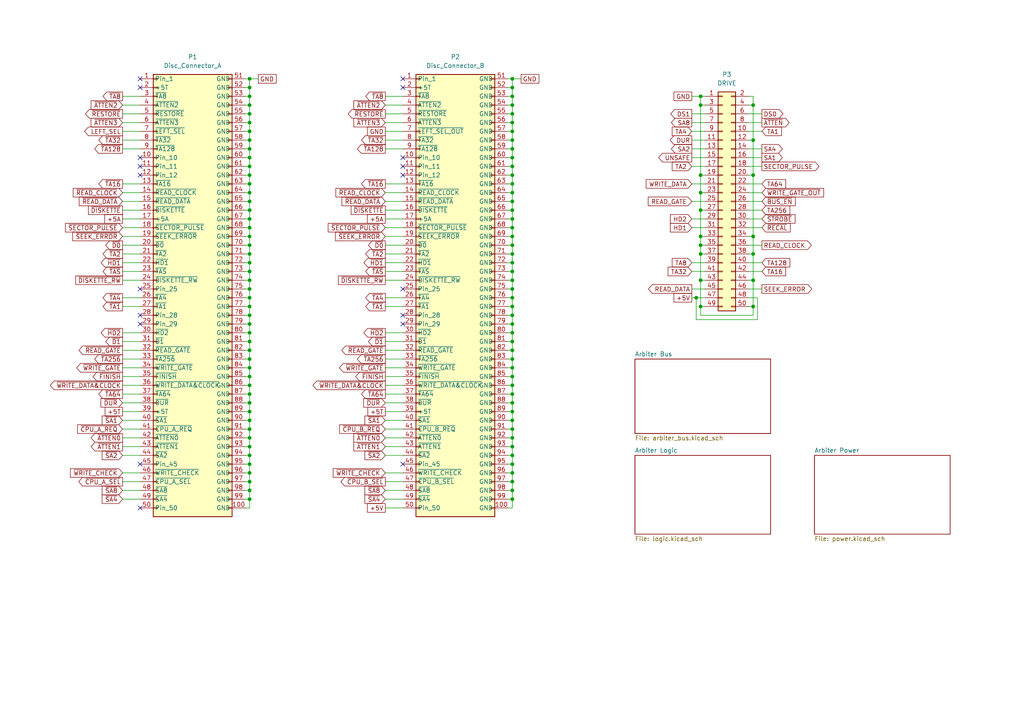
<source format=kicad_sch>
(kicad_sch (version 20211123) (generator eeschema)
  (paper "A4")
  (title_block (title "Connectors"))
  (junction (at 72.39 101.6))
  (junction (at 148.59 30.48))
  (junction (at 148.59 27.94))
  (junction (at 72.39 116.84))
  (junction (at 72.39 139.7))
  (junction (at 203.2 73.66))
  (junction (at 72.39 119.38))
  (junction (at 72.39 50.8))
  (junction (at 203.2 68.58))
  (junction (at 218.44 73.66))
  (junction (at 203.2 81.28))
  (junction (at 148.59 137.16))
  (junction (at 148.59 76.2))
  (junction (at 218.44 81.28))
  (junction (at 148.59 60.96))
  (junction (at 148.59 101.6))
  (junction (at 148.59 50.8))
  (junction (at 203.2 88.9))
  (junction (at 72.39 104.14))
  (junction (at 201.93 86.36))
  (junction (at 148.59 139.7))
  (junction (at 148.59 88.9))
  (junction (at 148.59 63.5))
  (junction (at 203.2 60.96))
  (junction (at 148.59 96.52))
  (junction (at 72.39 48.26))
  (junction (at 72.39 109.22))
  (junction (at 218.44 30.48))
  (junction (at 72.39 111.76))
  (junction (at 148.59 121.92))
  (junction (at 148.59 127))
  (junction (at 72.39 76.2))
  (junction (at 72.39 96.52))
  (junction (at 148.59 71.12))
  (junction (at 72.39 33.02))
  (junction (at 148.59 33.02))
  (junction (at 148.59 66.04))
  (junction (at 148.59 45.72))
  (junction (at 72.39 71.12))
  (junction (at 72.39 81.28))
  (junction (at 72.39 68.58))
  (junction (at 72.39 137.16))
  (junction (at 148.59 86.36))
  (junction (at 218.44 50.8))
  (junction (at 148.59 124.46))
  (junction (at 72.39 78.74))
  (junction (at 72.39 38.1))
  (junction (at 148.59 109.22))
  (junction (at 72.39 88.9))
  (junction (at 148.59 40.64))
  (junction (at 218.44 40.64))
  (junction (at 203.2 55.88))
  (junction (at 72.39 63.5))
  (junction (at 148.59 144.78))
  (junction (at 72.39 127))
  (junction (at 72.39 27.94))
  (junction (at 72.39 58.42))
  (junction (at 72.39 106.68))
  (junction (at 148.59 129.54))
  (junction (at 72.39 40.64))
  (junction (at 148.59 22.86))
  (junction (at 218.44 68.58))
  (junction (at 148.59 38.1))
  (junction (at 72.39 43.18))
  (junction (at 72.39 60.96))
  (junction (at 148.59 73.66))
  (junction (at 72.39 114.3))
  (junction (at 72.39 45.72))
  (junction (at 72.39 35.56))
  (junction (at 72.39 124.46))
  (junction (at 148.59 91.44))
  (junction (at 72.39 55.88))
  (junction (at 148.59 134.62))
  (junction (at 148.59 106.68))
  (junction (at 148.59 93.98))
  (junction (at 72.39 144.78))
  (junction (at 148.59 99.06))
  (junction (at 148.59 25.4))
  (junction (at 218.44 88.9))
  (junction (at 72.39 22.86))
  (junction (at 203.2 27.94))
  (junction (at 148.59 81.28))
  (junction (at 148.59 48.26))
  (junction (at 148.59 104.14))
  (junction (at 72.39 93.98))
  (junction (at 72.39 121.92))
  (junction (at 148.59 53.34))
  (junction (at 148.59 43.18))
  (junction (at 148.59 35.56))
  (junction (at 148.59 58.42))
  (junction (at 72.39 83.82))
  (junction (at 72.39 73.66))
  (junction (at 72.39 132.08))
  (junction (at 148.59 132.08))
  (junction (at 72.39 134.62))
  (junction (at 72.39 129.54))
  (junction (at 72.39 66.04))
  (junction (at 148.59 142.24))
  (junction (at 203.2 30.48))
  (junction (at 203.2 71.12))
  (junction (at 72.39 25.4))
  (junction (at 148.59 83.82))
  (junction (at 148.59 55.88))
  (junction (at 72.39 91.44))
  (junction (at 72.39 30.48))
  (junction (at 72.39 99.06))
  (junction (at 148.59 116.84))
  (junction (at 72.39 142.24))
  (junction (at 148.59 111.76))
  (junction (at 148.59 114.3))
  (junction (at 203.2 50.8))
  (junction (at 72.39 86.36))
  (junction (at 72.39 53.34))
  (junction (at 148.59 119.38))
  (junction (at 148.59 68.58))
  (junction (at 148.59 78.74))
  (no_connect (at 116.84 91.44))
  (no_connect (at 116.84 93.98))
  (no_connect (at 40.64 93.98))
  (no_connect (at 40.64 91.44))
  (no_connect (at 116.84 83.82))
  (no_connect (at 40.64 50.8))
  (no_connect (at 40.64 83.82))
  (no_connect (at 116.84 45.72))
  (no_connect (at 116.84 50.8))
  (no_connect (at 116.84 48.26))
  (no_connect (at 40.64 45.72))
  (no_connect (at 40.64 48.26))
  (no_connect (at 116.84 25.4))
  (no_connect (at 116.84 22.86))
  (no_connect (at 116.84 134.62))
  (no_connect (at 40.64 147.32))
  (no_connect (at 40.64 134.62))
  (no_connect (at 40.64 25.4))
  (no_connect (at 40.64 22.86))
  (wire (pts (xy 204.47 86.36) (xy 201.93 86.36)))
  (wire (pts (xy 35.56 139.7) (xy 40.64 139.7)))
  (wire (pts (xy 35.56 116.84) (xy 40.64 116.84)))
  (wire (pts (xy 148.59 81.28) (xy 148.59 83.82)))
  (wire (pts (xy 148.59 22.86) (xy 151.13 22.86)))
  (wire (pts (xy 218.44 30.48) (xy 218.44 27.94)))
  (wire (pts (xy 72.39 96.52) (xy 72.39 99.06)))
  (wire (pts (xy 148.59 25.4) (xy 148.59 27.94)))
  (wire (pts (xy 148.59 35.56) (xy 148.59 38.1)))
  (wire (pts (xy 200.66 48.26) (xy 204.47 48.26)))
  (wire (pts (xy 147.32 111.76) (xy 148.59 111.76)))
  (wire (pts (xy 200.66 45.72) (xy 204.47 45.72)))
  (wire (pts (xy 111.76 124.46) (xy 116.84 124.46)))
  (wire (pts (xy 148.59 73.66) (xy 148.59 76.2)))
  (wire (pts (xy 217.17 63.5) (xy 220.98 63.5)))
  (wire (pts (xy 72.39 63.5) (xy 72.39 66.04)))
  (wire (pts (xy 72.39 71.12) (xy 72.39 73.66)))
  (wire (pts (xy 72.39 91.44) (xy 72.39 93.98)))
  (wire (pts (xy 147.32 55.88) (xy 148.59 55.88)))
  (wire (pts (xy 71.12 93.98) (xy 72.39 93.98)))
  (wire (pts (xy 72.39 132.08) (xy 72.39 134.62)))
  (wire (pts (xy 218.44 50.8) (xy 218.44 40.64)))
  (wire (pts (xy 217.17 78.74) (xy 220.98 78.74)))
  (wire (pts (xy 111.76 144.78) (xy 116.84 144.78)))
  (wire (pts (xy 111.76 55.88) (xy 116.84 55.88)))
  (wire (pts (xy 71.12 124.46) (xy 72.39 124.46)))
  (wire (pts (xy 148.59 129.54) (xy 148.59 132.08)))
  (wire (pts (xy 72.39 60.96) (xy 72.39 63.5)))
  (wire (pts (xy 148.59 22.86) (xy 148.59 25.4)))
  (wire (pts (xy 71.12 71.12) (xy 72.39 71.12)))
  (wire (pts (xy 218.44 68.58) (xy 218.44 50.8)))
  (wire (pts (xy 72.39 58.42) (xy 72.39 60.96)))
  (wire (pts (xy 147.32 99.06) (xy 148.59 99.06)))
  (wire (pts (xy 203.2 50.8) (xy 204.47 50.8)))
  (wire (pts (xy 200.66 35.56) (xy 204.47 35.56)))
  (wire (pts (xy 35.56 86.36) (xy 40.64 86.36)))
  (wire (pts (xy 111.76 35.56) (xy 116.84 35.56)))
  (wire (pts (xy 147.32 45.72) (xy 148.59 45.72)))
  (wire (pts (xy 148.59 33.02) (xy 148.59 35.56)))
  (wire (pts (xy 111.76 147.32) (xy 116.84 147.32)))
  (wire (pts (xy 148.59 83.82) (xy 148.59 86.36)))
  (wire (pts (xy 111.76 73.66) (xy 116.84 73.66)))
  (wire (pts (xy 71.12 86.36) (xy 72.39 86.36)))
  (wire (pts (xy 35.56 99.06) (xy 40.64 99.06)))
  (wire (pts (xy 148.59 93.98) (xy 148.59 96.52)))
  (wire (pts (xy 35.56 121.92) (xy 40.64 121.92)))
  (wire (pts (xy 71.12 147.32) (xy 72.39 147.32)))
  (wire (pts (xy 35.56 101.6) (xy 40.64 101.6)))
  (wire (pts (xy 147.32 124.46) (xy 148.59 124.46)))
  (wire (pts (xy 200.66 58.42) (xy 204.47 58.42)))
  (wire (pts (xy 111.76 121.92) (xy 116.84 121.92)))
  (wire (pts (xy 111.76 68.58) (xy 116.84 68.58)))
  (wire (pts (xy 203.2 68.58) (xy 204.47 68.58)))
  (wire (pts (xy 72.39 101.6) (xy 72.39 104.14)))
  (wire (pts (xy 35.56 68.58) (xy 40.64 68.58)))
  (wire (pts (xy 35.56 71.12) (xy 40.64 71.12)))
  (wire (pts (xy 148.59 68.58) (xy 148.59 71.12)))
  (wire (pts (xy 147.32 73.66) (xy 148.59 73.66)))
  (wire (pts (xy 147.32 35.56) (xy 148.59 35.56)))
  (wire (pts (xy 147.32 27.94) (xy 148.59 27.94)))
  (wire (pts (xy 203.2 73.66) (xy 203.2 81.28)))
  (wire (pts (xy 203.2 30.48) (xy 204.47 30.48)))
  (wire (pts (xy 147.32 71.12) (xy 148.59 71.12)))
  (wire (pts (xy 147.32 22.86) (xy 148.59 22.86)))
  (wire (pts (xy 72.39 76.2) (xy 72.39 78.74)))
  (wire (pts (xy 217.17 81.28) (xy 218.44 81.28)))
  (wire (pts (xy 147.32 33.02) (xy 148.59 33.02)))
  (wire (pts (xy 148.59 127) (xy 148.59 129.54)))
  (wire (pts (xy 203.2 50.8) (xy 203.2 55.88)))
  (wire (pts (xy 147.32 147.32) (xy 148.59 147.32)))
  (wire (pts (xy 111.76 101.6) (xy 116.84 101.6)))
  (wire (pts (xy 71.12 68.58) (xy 72.39 68.58)))
  (wire (pts (xy 72.39 78.74) (xy 72.39 81.28)))
  (wire (pts (xy 217.17 35.56) (xy 220.98 35.56)))
  (wire (pts (xy 218.44 73.66) (xy 218.44 68.58)))
  (wire (pts (xy 71.12 25.4) (xy 72.39 25.4)))
  (wire (pts (xy 148.59 43.18) (xy 148.59 45.72)))
  (wire (pts (xy 148.59 142.24) (xy 148.59 144.78)))
  (wire (pts (xy 111.76 81.28) (xy 116.84 81.28)))
  (wire (pts (xy 71.12 33.02) (xy 72.39 33.02)))
  (wire (pts (xy 217.17 73.66) (xy 218.44 73.66)))
  (wire (pts (xy 147.32 38.1) (xy 148.59 38.1)))
  (wire (pts (xy 111.76 137.16) (xy 116.84 137.16)))
  (wire (pts (xy 71.12 63.5) (xy 72.39 63.5)))
  (wire (pts (xy 71.12 137.16) (xy 72.39 137.16)))
  (wire (pts (xy 148.59 40.64) (xy 148.59 43.18)))
  (wire (pts (xy 148.59 111.76) (xy 148.59 114.3)))
  (wire (pts (xy 217.17 48.26) (xy 220.98 48.26)))
  (wire (pts (xy 147.32 142.24) (xy 148.59 142.24)))
  (wire (pts (xy 147.32 144.78) (xy 148.59 144.78)))
  (wire (pts (xy 111.76 114.3) (xy 116.84 114.3)))
  (wire (pts (xy 71.12 134.62) (xy 72.39 134.62)))
  (wire (pts (xy 148.59 139.7) (xy 148.59 142.24)))
  (wire (pts (xy 217.17 71.12) (xy 220.98 71.12)))
  (wire (pts (xy 72.39 81.28) (xy 72.39 83.82)))
  (wire (pts (xy 200.66 40.64) (xy 204.47 40.64)))
  (wire (pts (xy 148.59 96.52) (xy 148.59 99.06)))
  (wire (pts (xy 147.32 60.96) (xy 148.59 60.96)))
  (wire (pts (xy 111.76 38.1) (xy 116.84 38.1)))
  (wire (pts (xy 111.76 119.38) (xy 116.84 119.38)))
  (wire (pts (xy 217.17 55.88) (xy 220.98 55.88)))
  (wire (pts (xy 111.76 30.48) (xy 116.84 30.48)))
  (wire (pts (xy 148.59 99.06) (xy 148.59 101.6)))
  (wire (pts (xy 200.66 43.18) (xy 204.47 43.18)))
  (wire (pts (xy 111.76 104.14) (xy 116.84 104.14)))
  (wire (pts (xy 71.12 139.7) (xy 72.39 139.7)))
  (wire (pts (xy 218.44 40.64) (xy 218.44 30.48)))
  (wire (pts (xy 35.56 127) (xy 40.64 127)))
  (wire (pts (xy 148.59 137.16) (xy 148.59 139.7)))
  (wire (pts (xy 148.59 144.78) (xy 148.59 147.32)))
  (wire (pts (xy 147.32 93.98) (xy 148.59 93.98)))
  (wire (pts (xy 72.39 22.86) (xy 74.93 22.86)))
  (wire (pts (xy 71.12 50.8) (xy 72.39 50.8)))
  (wire (pts (xy 217.17 83.82) (xy 220.98 83.82)))
  (wire (pts (xy 71.12 142.24) (xy 72.39 142.24)))
  (wire (pts (xy 71.12 55.88) (xy 72.39 55.88)))
  (wire (pts (xy 35.56 33.02) (xy 40.64 33.02)))
  (wire (pts (xy 200.66 83.82) (xy 204.47 83.82)))
  (wire (pts (xy 148.59 104.14) (xy 148.59 106.68)))
  (wire (pts (xy 203.2 91.44) (xy 218.44 91.44)))
  (wire (pts (xy 148.59 58.42) (xy 148.59 60.96)))
  (wire (pts (xy 71.12 76.2) (xy 72.39 76.2)))
  (wire (pts (xy 200.66 63.5) (xy 204.47 63.5)))
  (wire (pts (xy 217.17 33.02) (xy 220.98 33.02)))
  (wire (pts (xy 72.39 119.38) (xy 72.39 121.92)))
  (wire (pts (xy 71.12 129.54) (xy 72.39 129.54)))
  (wire (pts (xy 200.66 66.04) (xy 204.47 66.04)))
  (wire (pts (xy 35.56 142.24) (xy 40.64 142.24)))
  (wire (pts (xy 217.17 88.9) (xy 218.44 88.9)))
  (wire (pts (xy 111.76 109.22) (xy 116.84 109.22)))
  (wire (pts (xy 148.59 38.1) (xy 148.59 40.64)))
  (wire (pts (xy 71.12 38.1) (xy 72.39 38.1)))
  (wire (pts (xy 35.56 137.16) (xy 40.64 137.16)))
  (wire (pts (xy 111.76 116.84) (xy 116.84 116.84)))
  (wire (pts (xy 111.76 33.02) (xy 116.84 33.02)))
  (wire (pts (xy 147.32 127) (xy 148.59 127)))
  (wire (pts (xy 71.12 121.92) (xy 72.39 121.92)))
  (wire (pts (xy 147.32 96.52) (xy 148.59 96.52)))
  (wire (pts (xy 72.39 116.84) (xy 72.39 119.38)))
  (wire (pts (xy 147.32 109.22) (xy 148.59 109.22)))
  (wire (pts (xy 147.32 137.16) (xy 148.59 137.16)))
  (wire (pts (xy 71.12 27.94) (xy 72.39 27.94)))
  (wire (pts (xy 111.76 139.7) (xy 116.84 139.7)))
  (wire (pts (xy 148.59 91.44) (xy 148.59 93.98)))
  (wire (pts (xy 148.59 119.38) (xy 148.59 121.92)))
  (wire (pts (xy 71.12 83.82) (xy 72.39 83.82)))
  (wire (pts (xy 147.32 68.58) (xy 148.59 68.58)))
  (wire (pts (xy 72.39 35.56) (xy 72.39 38.1)))
  (wire (pts (xy 71.12 60.96) (xy 72.39 60.96)))
  (wire (pts (xy 203.2 81.28) (xy 203.2 88.9)))
  (wire (pts (xy 35.56 38.1) (xy 40.64 38.1)))
  (wire (pts (xy 72.39 40.64) (xy 72.39 43.18)))
  (wire (pts (xy 35.56 111.76) (xy 40.64 111.76)))
  (wire (pts (xy 148.59 63.5) (xy 148.59 66.04)))
  (wire (pts (xy 200.66 76.2) (xy 204.47 76.2)))
  (wire (pts (xy 147.32 114.3) (xy 148.59 114.3)))
  (wire (pts (xy 71.12 116.84) (xy 72.39 116.84)))
  (wire (pts (xy 218.44 27.94) (xy 217.17 27.94)))
  (wire (pts (xy 111.76 40.64) (xy 116.84 40.64)))
  (wire (pts (xy 71.12 35.56) (xy 72.39 35.56)))
  (wire (pts (xy 72.39 88.9) (xy 72.39 91.44)))
  (wire (pts (xy 111.76 60.96) (xy 116.84 60.96)))
  (wire (pts (xy 111.76 78.74) (xy 116.84 78.74)))
  (wire (pts (xy 217.17 68.58) (xy 218.44 68.58)))
  (wire (pts (xy 203.2 55.88) (xy 203.2 60.96)))
  (wire (pts (xy 147.32 53.34) (xy 148.59 53.34)))
  (wire (pts (xy 71.12 111.76) (xy 72.39 111.76)))
  (wire (pts (xy 203.2 55.88) (xy 204.47 55.88)))
  (wire (pts (xy 217.17 40.64) (xy 218.44 40.64)))
  (wire (pts (xy 35.56 144.78) (xy 40.64 144.78)))
  (wire (pts (xy 72.39 134.62) (xy 72.39 137.16)))
  (wire (pts (xy 71.12 132.08) (xy 72.39 132.08)))
  (wire (pts (xy 148.59 66.04) (xy 148.59 68.58)))
  (wire (pts (xy 35.56 114.3) (xy 40.64 114.3)))
  (wire (pts (xy 147.32 66.04) (xy 148.59 66.04)))
  (wire (pts (xy 217.17 58.42) (xy 220.98 58.42)))
  (wire (pts (xy 71.12 78.74) (xy 72.39 78.74)))
  (wire (pts (xy 148.59 109.22) (xy 148.59 111.76)))
  (wire (pts (xy 147.32 58.42) (xy 148.59 58.42)))
  (wire (pts (xy 147.32 83.82) (xy 148.59 83.82)))
  (wire (pts (xy 148.59 134.62) (xy 148.59 137.16)))
  (wire (pts (xy 200.66 33.02) (xy 204.47 33.02)))
  (wire (pts (xy 203.2 71.12) (xy 204.47 71.12)))
  (wire (pts (xy 111.76 86.36) (xy 116.84 86.36)))
  (wire (pts (xy 218.44 88.9) (xy 218.44 81.28)))
  (wire (pts (xy 147.32 119.38) (xy 148.59 119.38)))
  (wire (pts (xy 217.17 30.48) (xy 218.44 30.48)))
  (wire (pts (xy 71.12 88.9) (xy 72.39 88.9)))
  (wire (pts (xy 147.32 76.2) (xy 148.59 76.2)))
  (wire (pts (xy 148.59 86.36) (xy 148.59 88.9)))
  (wire (pts (xy 72.39 25.4) (xy 72.39 27.94)))
  (wire (pts (xy 147.32 40.64) (xy 148.59 40.64)))
  (wire (pts (xy 111.76 43.18) (xy 116.84 43.18)))
  (wire (pts (xy 111.76 129.54) (xy 116.84 129.54)))
  (wire (pts (xy 71.12 91.44) (xy 72.39 91.44)))
  (wire (pts (xy 35.56 27.94) (xy 40.64 27.94)))
  (wire (pts (xy 71.12 114.3) (xy 72.39 114.3)))
  (wire (pts (xy 71.12 45.72) (xy 72.39 45.72)))
  (wire (pts (xy 217.17 53.34) (xy 220.98 53.34)))
  (wire (pts (xy 71.12 22.86) (xy 72.39 22.86)))
  (wire (pts (xy 111.76 71.12) (xy 116.84 71.12)))
  (wire (pts (xy 147.32 139.7) (xy 148.59 139.7)))
  (wire (pts (xy 35.56 30.48) (xy 40.64 30.48)))
  (wire (pts (xy 72.39 106.68) (xy 72.39 109.22)))
  (wire (pts (xy 147.32 25.4) (xy 148.59 25.4)))
  (wire (pts (xy 71.12 96.52) (xy 72.39 96.52)))
  (wire (pts (xy 35.56 124.46) (xy 40.64 124.46)))
  (wire (pts (xy 201.93 86.36) (xy 201.93 92.71)))
  (wire (pts (xy 35.56 106.68) (xy 40.64 106.68)))
  (wire (pts (xy 148.59 48.26) (xy 148.59 50.8)))
  (wire (pts (xy 72.39 45.72) (xy 72.39 48.26)))
  (wire (pts (xy 111.76 53.34) (xy 116.84 53.34)))
  (wire (pts (xy 147.32 134.62) (xy 148.59 134.62)))
  (wire (pts (xy 217.17 38.1) (xy 220.98 38.1)))
  (wire (pts (xy 72.39 83.82) (xy 72.39 86.36)))
  (wire (pts (xy 72.39 48.26) (xy 72.39 50.8)))
  (wire (pts (xy 72.39 73.66) (xy 72.39 76.2)))
  (wire (pts (xy 203.2 88.9) (xy 203.2 91.44)))
  (wire (pts (xy 203.2 60.96) (xy 203.2 68.58)))
  (wire (pts (xy 203.2 27.94) (xy 203.2 30.48)))
  (wire (pts (xy 35.56 55.88) (xy 40.64 55.88)))
  (wire (pts (xy 71.12 40.64) (xy 72.39 40.64)))
  (wire (pts (xy 111.76 96.52) (xy 116.84 96.52)))
  (wire (pts (xy 148.59 53.34) (xy 148.59 55.88)))
  (wire (pts (xy 72.39 68.58) (xy 72.39 71.12)))
  (wire (pts (xy 71.12 106.68) (xy 72.39 106.68)))
  (wire (pts (xy 72.39 124.46) (xy 72.39 127)))
  (wire (pts (xy 72.39 43.18) (xy 72.39 45.72)))
  (wire (pts (xy 217.17 60.96) (xy 220.98 60.96)))
  (wire (pts (xy 72.39 93.98) (xy 72.39 96.52)))
  (wire (pts (xy 35.56 132.08) (xy 40.64 132.08)))
  (wire (pts (xy 35.56 88.9) (xy 40.64 88.9)))
  (wire (pts (xy 147.32 30.48) (xy 148.59 30.48)))
  (wire (pts (xy 217.17 43.18) (xy 220.98 43.18)))
  (wire (pts (xy 72.39 137.16) (xy 72.39 139.7)))
  (wire (pts (xy 111.76 127) (xy 116.84 127)))
  (wire (pts (xy 147.32 101.6) (xy 148.59 101.6)))
  (wire (pts (xy 217.17 76.2) (xy 220.98 76.2)))
  (wire (pts (xy 71.12 81.28) (xy 72.39 81.28)))
  (wire (pts (xy 218.44 91.44) (xy 218.44 88.9)))
  (wire (pts (xy 200.66 86.36) (xy 201.93 86.36)))
  (wire (pts (xy 111.76 63.5) (xy 116.84 63.5)))
  (wire (pts (xy 71.12 99.06) (xy 72.39 99.06)))
  (wire (pts (xy 35.56 58.42) (xy 40.64 58.42)))
  (wire (pts (xy 218.44 81.28) (xy 218.44 73.66)))
  (wire (pts (xy 219.71 86.36) (xy 217.17 86.36)))
  (wire (pts (xy 35.56 43.18) (xy 40.64 43.18)))
  (wire (pts (xy 147.32 132.08) (xy 148.59 132.08)))
  (wire (pts (xy 71.12 127) (xy 72.39 127)))
  (wire (pts (xy 71.12 43.18) (xy 72.39 43.18)))
  (wire (pts (xy 147.32 104.14) (xy 148.59 104.14)))
  (wire (pts (xy 71.12 30.48) (xy 72.39 30.48)))
  (wire (pts (xy 203.2 88.9) (xy 204.47 88.9)))
  (wire (pts (xy 35.56 63.5) (xy 40.64 63.5)))
  (wire (pts (xy 148.59 116.84) (xy 148.59 119.38)))
  (wire (pts (xy 72.39 104.14) (xy 72.39 106.68)))
  (wire (pts (xy 147.32 50.8) (xy 148.59 50.8)))
  (wire (pts (xy 71.12 58.42) (xy 72.39 58.42)))
  (wire (pts (xy 204.47 27.94) (xy 203.2 27.94)))
  (wire (pts (xy 111.76 58.42) (xy 116.84 58.42)))
  (wire (pts (xy 148.59 27.94) (xy 148.59 30.48)))
  (wire (pts (xy 35.56 76.2) (xy 40.64 76.2)))
  (wire (pts (xy 35.56 66.04) (xy 40.64 66.04)))
  (wire (pts (xy 148.59 30.48) (xy 148.59 33.02)))
  (wire (pts (xy 71.12 48.26) (xy 72.39 48.26)))
  (wire (pts (xy 147.32 106.68) (xy 148.59 106.68)))
  (wire (pts (xy 72.39 144.78) (xy 72.39 147.32)))
  (wire (pts (xy 71.12 109.22) (xy 72.39 109.22)))
  (wire (pts (xy 35.56 104.14) (xy 40.64 104.14)))
  (wire (pts (xy 71.12 73.66) (xy 72.39 73.66)))
  (wire (pts (xy 111.76 88.9) (xy 116.84 88.9)))
  (wire (pts (xy 147.32 63.5) (xy 148.59 63.5)))
  (wire (pts (xy 148.59 76.2) (xy 148.59 78.74)))
  (wire (pts (xy 200.66 53.34) (xy 204.47 53.34)))
  (wire (pts (xy 72.39 109.22) (xy 72.39 111.76)))
  (wire (pts (xy 148.59 114.3) (xy 148.59 116.84)))
  (wire (pts (xy 35.56 53.34) (xy 40.64 53.34)))
  (wire (pts (xy 72.39 53.34) (xy 72.39 55.88)))
  (wire (pts (xy 147.32 81.28) (xy 148.59 81.28)))
  (wire (pts (xy 72.39 50.8) (xy 72.39 53.34)))
  (wire (pts (xy 111.76 76.2) (xy 116.84 76.2)))
  (wire (pts (xy 111.76 99.06) (xy 116.84 99.06)))
  (wire (pts (xy 203.2 81.28) (xy 204.47 81.28)))
  (wire (pts (xy 203.2 30.48) (xy 203.2 50.8)))
  (wire (pts (xy 147.32 86.36) (xy 148.59 86.36)))
  (wire (pts (xy 35.56 81.28) (xy 40.64 81.28)))
  (wire (pts (xy 147.32 116.84) (xy 148.59 116.84)))
  (wire (pts (xy 147.32 129.54) (xy 148.59 129.54)))
  (wire (pts (xy 71.12 53.34) (xy 72.39 53.34)))
  (wire (pts (xy 111.76 111.76) (xy 116.84 111.76)))
  (wire (pts (xy 72.39 139.7) (xy 72.39 142.24)))
  (wire (pts (xy 148.59 78.74) (xy 148.59 81.28)))
  (wire (pts (xy 111.76 132.08) (xy 116.84 132.08)))
  (wire (pts (xy 148.59 50.8) (xy 148.59 53.34)))
  (wire (pts (xy 217.17 50.8) (xy 218.44 50.8)))
  (wire (pts (xy 72.39 33.02) (xy 72.39 35.56)))
  (wire (pts (xy 217.17 45.72) (xy 220.98 45.72)))
  (wire (pts (xy 148.59 60.96) (xy 148.59 63.5)))
  (wire (pts (xy 147.32 78.74) (xy 148.59 78.74)))
  (wire (pts (xy 71.12 101.6) (xy 72.39 101.6)))
  (wire (pts (xy 148.59 121.92) (xy 148.59 124.46)))
  (wire (pts (xy 203.2 71.12) (xy 203.2 73.66)))
  (wire (pts (xy 148.59 88.9) (xy 148.59 91.44)))
  (wire (pts (xy 72.39 121.92) (xy 72.39 124.46)))
  (wire (pts (xy 72.39 38.1) (xy 72.39 40.64)))
  (wire (pts (xy 203.2 73.66) (xy 204.47 73.66)))
  (wire (pts (xy 147.32 121.92) (xy 148.59 121.92)))
  (wire (pts (xy 201.93 92.71) (xy 219.71 92.71)))
  (wire (pts (xy 71.12 144.78) (xy 72.39 144.78)))
  (wire (pts (xy 147.32 88.9) (xy 148.59 88.9)))
  (wire (pts (xy 35.56 109.22) (xy 40.64 109.22)))
  (wire (pts (xy 72.39 66.04) (xy 72.39 68.58)))
  (wire (pts (xy 71.12 66.04) (xy 72.39 66.04)))
  (wire (pts (xy 148.59 132.08) (xy 148.59 134.62)))
  (wire (pts (xy 217.17 66.04) (xy 220.98 66.04)))
  (wire (pts (xy 71.12 104.14) (xy 72.39 104.14)))
  (wire (pts (xy 148.59 45.72) (xy 148.59 48.26)))
  (wire (pts (xy 72.39 30.48) (xy 72.39 33.02)))
  (wire (pts (xy 148.59 124.46) (xy 148.59 127)))
  (wire (pts (xy 203.2 60.96) (xy 204.47 60.96)))
  (wire (pts (xy 35.56 73.66) (xy 40.64 73.66)))
  (wire (pts (xy 148.59 71.12) (xy 148.59 73.66)))
  (wire (pts (xy 35.56 96.52) (xy 40.64 96.52)))
  (wire (pts (xy 111.76 106.68) (xy 116.84 106.68)))
  (wire (pts (xy 35.56 40.64) (xy 40.64 40.64)))
  (wire (pts (xy 72.39 127) (xy 72.39 129.54)))
  (wire (pts (xy 72.39 111.76) (xy 72.39 114.3)))
  (wire (pts (xy 147.32 48.26) (xy 148.59 48.26)))
  (wire (pts (xy 200.66 27.94) (xy 203.2 27.94)))
  (wire (pts (xy 200.66 38.1) (xy 204.47 38.1)))
  (wire (pts (xy 72.39 86.36) (xy 72.39 88.9)))
  (wire (pts (xy 147.32 43.18) (xy 148.59 43.18)))
  (wire (pts (xy 72.39 27.94) (xy 72.39 30.48)))
  (wire (pts (xy 203.2 68.58) (xy 203.2 71.12)))
  (wire (pts (xy 200.66 78.74) (xy 204.47 78.74)))
  (wire (pts (xy 71.12 119.38) (xy 72.39 119.38)))
  (wire (pts (xy 148.59 106.68) (xy 148.59 109.22)))
  (wire (pts (xy 72.39 55.88) (xy 72.39 58.42)))
  (wire (pts (xy 72.39 114.3) (xy 72.39 116.84)))
  (wire (pts (xy 111.76 66.04) (xy 116.84 66.04)))
  (wire (pts (xy 147.32 91.44) (xy 148.59 91.44)))
  (wire (pts (xy 111.76 142.24) (xy 116.84 142.24)))
  (wire (pts (xy 148.59 101.6) (xy 148.59 104.14)))
  (wire (pts (xy 35.56 60.96) (xy 40.64 60.96)))
  (wire (pts (xy 35.56 35.56) (xy 40.64 35.56)))
  (wire (pts (xy 72.39 129.54) (xy 72.39 132.08)))
  (wire (pts (xy 72.39 99.06) (xy 72.39 101.6)))
  (wire (pts (xy 35.56 129.54) (xy 40.64 129.54)))
  (wire (pts (xy 72.39 22.86) (xy 72.39 25.4)))
  (wire (pts (xy 219.71 92.71) (xy 219.71 86.36)))
  (wire (pts (xy 148.59 55.88) (xy 148.59 58.42)))
  (wire (pts (xy 35.56 78.74) (xy 40.64 78.74)))
  (wire (pts (xy 72.39 142.24) (xy 72.39 144.78)))
  (wire (pts (xy 111.76 27.94) (xy 116.84 27.94)))
  (wire (pts (xy 35.56 119.38) (xy 40.64 119.38)))
  (global_label "~{SA4}" (shape input) (at 35.56 144.78 180) (property "Intersheet References" "${INTERSHEET_REFS}" (effects hide)))
  (global_label "GND" (shape passive) (at 111.76 38.1 180) (property "Intersheet References" "${INTERSHEET_REFS}" (effects hide)))
  (global_label "~{TA4}" (shape output) (at 111.76 86.36 180) (property "Intersheet References" "${INTERSHEET_REFS}" (effects hide)))
  (global_label "~{CPU_B_REQ}" (shape input) (at 111.76 124.46 180) (property "Intersheet References" "${INTERSHEET_REFS}" (effects hide)))
  (global_label "+5V" (shape passive) (at 200.66 86.36 180) (property "Intersheet References" "${INTERSHEET_REFS}" (effects hide)))
  (global_label "~{TA1}" (shape output) (at 35.56 88.9 180) (property "Intersheet References" "${INTERSHEET_REFS}" (effects hide)))
  (global_label "TA1" (shape input) (at 220.98 38.1 0) (property "Intersheet References" "${INTERSHEET_REFS}" (effects hide)))
  (global_label "~{CPU_A_REQ}" (shape input) (at 35.56 124.46 180) (property "Intersheet References" "${INTERSHEET_REFS}" (effects hide)))
  (global_label "~{TA16}" (shape output) (at 35.56 53.34 180) (property "Intersheet References" "${INTERSHEET_REFS}" (effects hide)))
  (global_label "~{WRITE_GATE_OUT}" (shape input) (at 220.98 55.88 0) (property "Intersheet References" "${INTERSHEET_REFS}" (effects hide)))
  (global_label "HD2" (shape input) (at 200.66 63.5 180) (property "Intersheet References" "${INTERSHEET_REFS}" (effects hide)))
  (global_label "GND" (shape passive) (at 74.93 22.86 0) (property "Intersheet References" "${INTERSHEET_REFS}" (effects hide)))
  (global_label "~{CPU_B_SEL}" (shape output) (at 111.76 139.7 180) (property "Intersheet References" "${INTERSHEET_REFS}" (effects hide)))
  (global_label "~{ATTEN3}" (shape input) (at 35.56 35.56 180) (property "Intersheet References" "${INTERSHEET_REFS}" (effects hide)))
  (global_label "DS1" (shape output) (at 200.66 33.02 180) (property "Intersheet References" "${INTERSHEET_REFS}" (effects hide)))
  (global_label "~{D0}" (shape output) (at 35.56 71.12 180) (property "Intersheet References" "${INTERSHEET_REFS}" (effects hide)))
  (global_label "~{TA64}" (shape output) (at 35.56 114.3 180) (property "Intersheet References" "${INTERSHEET_REFS}" (effects hide)))
  (global_label "+5T" (shape passive) (at 35.56 119.38 180) (property "Intersheet References" "${INTERSHEET_REFS}" (effects hide)))
  (global_label "HD1" (shape input) (at 200.66 66.04 180) (property "Intersheet References" "${INTERSHEET_REFS}" (effects hide)))
  (global_label "~{TA256}" (shape output) (at 111.76 104.14 180) (property "Intersheet References" "${INTERSHEET_REFS}" (effects hide)))
  (global_label "~{WRITE_CHECK}" (shape input) (at 35.56 137.16 180) (property "Intersheet References" "${INTERSHEET_REFS}" (effects hide)))
  (global_label "~{SA1}" (shape input) (at 35.56 121.92 180) (property "Intersheet References" "${INTERSHEET_REFS}" (effects hide)))
  (global_label "~{SEEK_ERROR}" (shape input) (at 35.56 68.58 180) (property "Intersheet References" "${INTERSHEET_REFS}" (effects hide)))
  (global_label "~{READ_GATE}" (shape output) (at 111.76 101.6 180) (property "Intersheet References" "${INTERSHEET_REFS}" (effects hide)))
  (global_label "~{ATTEN0}" (shape input) (at 111.76 127 180) (property "Intersheet References" "${INTERSHEET_REFS}" (effects hide)))
  (global_label "~{TA2}" (shape output) (at 35.56 73.66 180) (property "Intersheet References" "${INTERSHEET_REFS}" (effects hide)))
  (global_label "~{TA2}" (shape output) (at 111.76 73.66 180) (property "Intersheet References" "${INTERSHEET_REFS}" (effects hide)))
  (global_label "~{RESTORE}" (shape output) (at 111.76 33.02 180) (property "Intersheet References" "${INTERSHEET_REFS}" (effects hide)))
  (global_label "~{SECTOR_PULSE}" (shape input) (at 35.56 66.04 180) (property "Intersheet References" "${INTERSHEET_REFS}" (effects hide)))
  (global_label "~{ATTEN0}" (shape output) (at 35.56 127 180) (property "Intersheet References" "${INTERSHEET_REFS}" (effects hide)))
  (global_label "~{SA8}" (shape input) (at 35.56 142.24 180) (property "Intersheet References" "${INTERSHEET_REFS}" (effects hide)))
  (global_label "~{DUR}" (shape input) (at 35.56 116.84 180) (property "Intersheet References" "${INTERSHEET_REFS}" (effects hide)))
  (global_label "READ_GATE" (shape input) (at 200.66 58.42 180) (property "Intersheet References" "${INTERSHEET_REFS}" (effects hide)))
  (global_label "~{ATTEN2}" (shape input) (at 111.76 30.48 180) (property "Intersheet References" "${INTERSHEET_REFS}" (effects hide)))
  (global_label "~{HD1}" (shape output) (at 111.76 76.2 180) (property "Intersheet References" "${INTERSHEET_REFS}" (effects hide)))
  (global_label "~{SECTOR_PULSE}" (shape input) (at 111.76 66.04 180) (property "Intersheet References" "${INTERSHEET_REFS}" (effects hide)))
  (global_label "SA4" (shape output) (at 220.98 43.18 0) (property "Intersheet References" "${INTERSHEET_REFS}" (effects hide)))
  (global_label "~{WRITE_DATA&CLOCK}" (shape output) (at 35.56 111.76 180) (property "Intersheet References" "${INTERSHEET_REFS}" (effects hide)))
  (global_label "~{TAS}" (shape output) (at 111.76 78.74 180) (property "Intersheet References" "${INTERSHEET_REFS}" (effects hide)))
  (global_label "~{RECAL}" (shape input) (at 220.98 66.04 0) (property "Intersheet References" "${INTERSHEET_REFS}" (effects hide)))
  (global_label "READ_DATA" (shape output) (at 200.66 83.82 180) (property "Intersheet References" "${INTERSHEET_REFS}" (effects hide)))
  (global_label "~{TA1}" (shape output) (at 111.76 88.9 180) (property "Intersheet References" "${INTERSHEET_REFS}" (effects hide)))
  (global_label "SA1" (shape output) (at 220.98 45.72 0) (property "Intersheet References" "${INTERSHEET_REFS}" (effects hide)))
  (global_label "~{WRITE_DATA&CLOCK}" (shape output) (at 111.76 111.76 180) (property "Intersheet References" "${INTERSHEET_REFS}" (effects hide)))
  (global_label "~{READ_GATE}" (shape output) (at 35.56 101.6 180) (property "Intersheet References" "${INTERSHEET_REFS}" (effects hide)))
  (global_label "~{TA16}" (shape output) (at 111.76 53.34 180) (property "Intersheet References" "${INTERSHEET_REFS}" (effects hide)))
  (global_label "~{DISKETTE}" (shape passive) (at 111.76 60.96 180) (property "Intersheet References" "${INTERSHEET_REFS}" (effects hide)))
  (global_label "~{TA128}" (shape output) (at 111.76 43.18 180) (property "Intersheet References" "${INTERSHEET_REFS}" (effects hide)))
  (global_label "~{WRITE_CHECK}" (shape input) (at 111.76 137.16 180) (property "Intersheet References" "${INTERSHEET_REFS}" (effects hide)))
  (global_label "WRITE_DATA" (shape input) (at 200.66 53.34 180) (property "Intersheet References" "${INTERSHEET_REFS}" (effects hide)))
  (global_label "~{SA8}" (shape input) (at 111.76 142.24 180) (property "Intersheet References" "${INTERSHEET_REFS}" (effects hide)))
  (global_label "+5A" (shape passive) (at 35.56 63.5 180) (property "Intersheet References" "${INTERSHEET_REFS}" (effects hide)))
  (global_label "SEEK_ERROR" (shape output) (at 220.98 83.82 0) (property "Intersheet References" "${INTERSHEET_REFS}" (effects hide)))
  (global_label "~{D1}" (shape output) (at 35.56 99.06 180) (property "Intersheet References" "${INTERSHEET_REFS}" (effects hide)))
  (global_label "~{READ_DATA}" (shape input) (at 111.76 58.42 180) (property "Intersheet References" "${INTERSHEET_REFS}" (effects hide)))
  (global_label "DUR" (shape output) (at 200.66 40.64 180) (property "Intersheet References" "${INTERSHEET_REFS}" (effects hide)))
  (global_label "GND" (shape passive) (at 151.13 22.86 0) (property "Intersheet References" "${INTERSHEET_REFS}" (effects hide)))
  (global_label "SA2" (shape output) (at 200.66 43.18 180) (property "Intersheet References" "${INTERSHEET_REFS}" (effects hide)))
  (global_label "~{TA32}" (shape output) (at 35.56 40.64 180) (property "Intersheet References" "${INTERSHEET_REFS}" (effects hide)))
  (global_label "~{BUS_EN}" (shape input) (at 220.98 58.42 0) (property "Intersheet References" "${INTERSHEET_REFS}" (effects hide)))
  (global_label "~{FINISH}" (shape output) (at 35.56 109.22 180) (property "Intersheet References" "${INTERSHEET_REFS}" (effects hide)))
  (global_label "~{D1}" (shape output) (at 111.76 99.06 180) (property "Intersheet References" "${INTERSHEET_REFS}" (effects hide)))
  (global_label "TA16" (shape input) (at 220.98 78.74 0) (property "Intersheet References" "${INTERSHEET_REFS}" (effects hide)))
  (global_label "~{TA4}" (shape output) (at 35.56 86.36 180) (property "Intersheet References" "${INTERSHEET_REFS}" (effects hide)))
  (global_label "~{TA8}" (shape output) (at 35.56 27.94 180) (property "Intersheet References" "${INTERSHEET_REFS}" (effects hide)))
  (global_label "~{ATTEN1}" (shape output) (at 35.56 129.54 180) (property "Intersheet References" "${INTERSHEET_REFS}" (effects hide)))
  (global_label "~{WRITE_GATE}" (shape output) (at 35.56 106.68 180) (property "Intersheet References" "${INTERSHEET_REFS}" (effects hide)))
  (global_label "~{ATTEN2}" (shape input) (at 35.56 30.48 180) (property "Intersheet References" "${INTERSHEET_REFS}" (effects hide)))
  (global_label "~{READ_CLOCK}" (shape input) (at 35.56 55.88 180) (property "Intersheet References" "${INTERSHEET_REFS}" (effects hide)))
  (global_label "~{DISKETTE_RW}" (shape passive) (at 35.56 81.28 180) (property "Intersheet References" "${INTERSHEET_REFS}" (effects hide)))
  (global_label "TA2" (shape input) (at 200.66 48.26 180) (property "Intersheet References" "${INTERSHEET_REFS}" (effects hide)))
  (global_label "~{HD2}" (shape output) (at 111.76 96.52 180) (property "Intersheet References" "${INTERSHEET_REFS}" (effects hide)))
  (global_label "SA8" (shape output) (at 200.66 35.56 180) (property "Intersheet References" "${INTERSHEET_REFS}" (effects hide)))
  (global_label "~{CPU_A_SEL}" (shape output) (at 35.56 139.7 180) (property "Intersheet References" "${INTERSHEET_REFS}" (effects hide)))
  (global_label "+5T" (shape passive) (at 111.76 119.38 180) (property "Intersheet References" "${INTERSHEET_REFS}" (effects hide)))
  (global_label "~{HD2}" (shape output) (at 35.56 96.52 180) (property "Intersheet References" "${INTERSHEET_REFS}" (effects hide)))
  (global_label "SECTOR_PULSE" (shape output) (at 220.98 48.26 0) (property "Intersheet References" "${INTERSHEET_REFS}" (effects hide)))
  (global_label "~{SA2}" (shape input) (at 111.76 132.08 180) (property "Intersheet References" "${INTERSHEET_REFS}" (effects hide)))
  (global_label "~{ATTEN1}" (shape input) (at 111.76 129.54 180) (property "Intersheet References" "${INTERSHEET_REFS}" (effects hide)))
  (global_label "TA64" (shape input) (at 220.98 53.34 0) (property "Intersheet References" "${INTERSHEET_REFS}" (effects hide)))
  (global_label "DS0" (shape output) (at 220.98 33.02 0) (property "Intersheet References" "${INTERSHEET_REFS}" (effects hide)))
  (global_label "~{FINISH}" (shape output) (at 111.76 109.22 180) (property "Intersheet References" "${INTERSHEET_REFS}" (effects hide)))
  (global_label "UNSAFE" (shape output) (at 200.66 45.72 180) (property "Intersheet References" "${INTERSHEET_REFS}" (effects hide)))
  (global_label "~{HD1}" (shape output) (at 35.56 76.2 180) (property "Intersheet References" "${INTERSHEET_REFS}" (effects hide)))
  (global_label "~{TA64}" (shape output) (at 111.76 114.3 180) (property "Intersheet References" "${INTERSHEET_REFS}" (effects hide)))
  (global_label "TA32" (shape input) (at 200.66 78.74 180) (property "Intersheet References" "${INTERSHEET_REFS}" (effects hide)))
  (global_label "~{TA256}" (shape output) (at 35.56 104.14 180) (property "Intersheet References" "${INTERSHEET_REFS}" (effects hide)))
  (global_label "~{TA128}" (shape output) (at 35.56 43.18 180) (property "Intersheet References" "${INTERSHEET_REFS}" (effects hide)))
  (global_label "GND" (shape passive) (at 200.66 27.94 180) (property "Intersheet References" "${INTERSHEET_REFS}" (effects hide)))
  (global_label "~{DISKETTE_RW}" (shape passive) (at 111.76 81.28 180) (property "Intersheet References" "${INTERSHEET_REFS}" (effects hide)))
  (global_label "LEFT_SEL" (shape output) (at 35.56 38.1 180) (property "Intersheet References" "${INTERSHEET_REFS}" (effects hide)))
  (global_label "+5A" (shape passive) (at 111.76 63.5 180) (property "Intersheet References" "${INTERSHEET_REFS}" (effects hide)))
  (global_label "~{ATTEN}" (shape output) (at 220.98 35.56 0) (property "Intersheet References" "${INTERSHEET_REFS}" (effects hide)))
  (global_label "+5V" (shape passive) (at 111.76 147.32 180) (property "Intersheet References" "${INTERSHEET_REFS}" (effects hide)))
  (global_label "~{SA1}" (shape input) (at 111.76 121.92 180) (property "Intersheet References" "${INTERSHEET_REFS}" (effects hide)))
  (global_label "TA4" (shape input) (at 200.66 38.1 180) (property "Intersheet References" "${INTERSHEET_REFS}" (effects hide)))
  (global_label "~{READ_CLOCK}" (shape input) (at 111.76 55.88 180) (property "Intersheet References" "${INTERSHEET_REFS}" (effects hide)))
  (global_label "TA8" (shape input) (at 200.66 76.2 180) (property "Intersheet References" "${INTERSHEET_REFS}" (effects hide)))
  (global_label "~{SEEK_ERROR}" (shape input) (at 111.76 68.58 180) (property "Intersheet References" "${INTERSHEET_REFS}" (effects hide)))
  (global_label "~{D0}" (shape output) (at 111.76 71.12 180) (property "Intersheet References" "${INTERSHEET_REFS}" (effects hide)))
  (global_label "~{DISKETTE}" (shape passive) (at 35.56 60.96 180) (property "Intersheet References" "${INTERSHEET_REFS}" (effects hide)))
  (global_label "~{SA4}" (shape input) (at 111.76 144.78 180) (property "Intersheet References" "${INTERSHEET_REFS}" (effects hide)))
  (global_label "~{TA8}" (shape output) (at 111.76 27.94 180) (property "Intersheet References" "${INTERSHEET_REFS}" (effects hide)))
  (global_label "~{SA2}" (shape input) (at 35.56 132.08 180) (property "Intersheet References" "${INTERSHEET_REFS}" (effects hide)))
  (global_label "TA128" (shape input) (at 220.98 76.2 0) (property "Intersheet References" "${INTERSHEET_REFS}" (effects hide)))
  (global_label "~{WRITE_GATE}" (shape output) (at 111.76 106.68 180) (property "Intersheet References" "${INTERSHEET_REFS}" (effects hide)))
  (global_label "~{DUR}" (shape input) (at 111.76 116.84 180) (property "Intersheet References" "${INTERSHEET_REFS}" (effects hide)))
  (global_label "~{READ_DATA}" (shape input) (at 35.56 58.42 180) (property "Intersheet References" "${INTERSHEET_REFS}" (effects hide)))
  (global_label "~{STROBE}" (shape input) (at 220.98 63.5 0) (property "Intersheet References" "${INTERSHEET_REFS}" (effects hide)))
  (global_label "~{TAS}" (shape output) (at 35.56 78.74 180) (property "Intersheet References" "${INTERSHEET_REFS}" (effects hide)))
  (global_label "TA256" (shape input) (at 220.98 60.96 0) (property "Intersheet References" "${INTERSHEET_REFS}" (effects hide)))
  (global_label "~{RESTORE}" (shape output) (at 35.56 33.02 180) (property "Intersheet References" "${INTERSHEET_REFS}" (effects hide)))
  (global_label "READ_CLOCK" (shape output) (at 220.98 71.12 0) (property "Intersheet References" "${INTERSHEET_REFS}" (effects hide)))
  (global_label "~{ATTEN3}" (shape input) (at 111.76 35.56 180) (property "Intersheet References" "${INTERSHEET_REFS}" (effects hide)))
  (global_label "~{TA32}" (shape output) (at 111.76 40.64 180) (property "Intersheet References" "${INTERSHEET_REFS}" (effects hide)))
  (symbol (lib_id "Data General:Disc_Connector_A") (at 57.15 149.86 0) (unit 1)
    (property "Reference" "P1" (at 55.88 16.51 0))
    (property "Value" "Disc_Connector_A" (at 55.88 19.05 0))
  )
  (symbol (lib_id "Data General:Disc_Connector_B") (at 133.35 149.86 0) (unit 1)
    (property "Reference" "P2" (at 132.08 16.51 0))
    (property "Value" "Disc_Connector_B" (at 132.08 19.05 0))
  )
  (symbol (lib_id "Connector_Generic:Conn_02x25_Odd_Even") (at 209.55 58.42 0) (unit 1)
    (property "Reference" "P3" (at 210.82 21.59 0))
    (property "Value" "DRIVE" (at 210.82 24.13 0))
  )
  (sheet (at 184.15 104.14) (size 39.37 21.59) (stroke (width 0.1524))
    (property "Sheet name" "Arbiter Bus" (at 184.15 103.4284 0) (effects (justify left bottom)))
    (property "Sheet file" "arbiter_bus.kicad_sch" (at 184.15 126.3146 0) (effects (justify left top)))
  )
  (sheet (at 236.22 132.08) (size 39.37 22.86) (stroke (width 0.1524))
    (property "Sheet name" "Arbiter Power" (at 236.22 131.3684 0) (effects (justify left bottom)))
    (property "Sheet file" "power.kicad_sch" (at 236.22 155.5246 0) (effects (justify left top)))
  )
  (sheet (at 184.15 132.08) (size 39.37 22.86) (stroke (width 0.1524))
    (property "Sheet name" "Arbiter Logic" (at 184.15 131.3684 0) (effects (justify left bottom)))
    (property "Sheet file" "logic.kicad_sch" (at 184.15 155.5246 0) (effects (justify left top)))
  )
)
</source>
